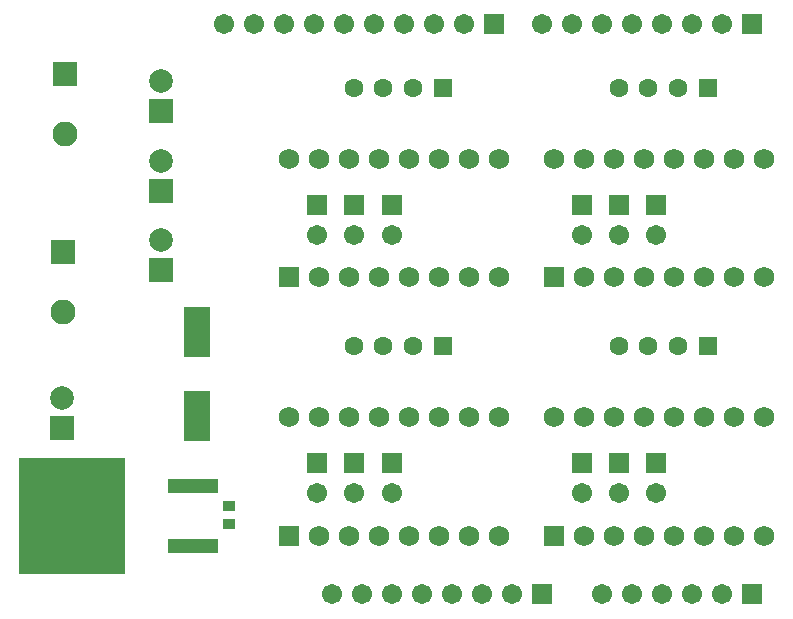
<source format=gts>
G04*
G04 #@! TF.GenerationSoftware,Altium Limited,Altium Designer,18.1.7 (191)*
G04*
G04 Layer_Color=8388736*
%FSLAX44Y44*%
%MOMM*%
G71*
G01*
G75*
%ADD16R,2.2032X4.2032*%
%ADD17R,1.1032X0.9032*%
%ADD18R,4.3532X1.2532*%
%ADD19R,9.0032X9.8032*%
%ADD20C,1.7272*%
%ADD21R,1.7272X1.7272*%
%ADD22C,2.1032*%
%ADD23R,2.1032X2.1032*%
%ADD24R,2.0032X2.0032*%
%ADD25C,2.0032*%
%ADD26C,1.7032*%
%ADD27R,1.7032X1.7032*%
%ADD28C,1.6032*%
%ADD29R,1.6032X1.6032*%
%ADD30R,1.7032X1.7032*%
D16*
X880343Y681408D02*
D03*
Y610288D02*
D03*
D17*
X907890Y519316D02*
D03*
Y534316D02*
D03*
D18*
X876700Y500380D02*
D03*
Y551180D02*
D03*
D19*
X774700Y525780D02*
D03*
D20*
X1233693Y728140D02*
D03*
X1208293D02*
D03*
X1284493D02*
D03*
X1259093D02*
D03*
X1309893D02*
D03*
X1335293D02*
D03*
X1360693D02*
D03*
Y828470D02*
D03*
X1335293D02*
D03*
X1309893D02*
D03*
X1259093D02*
D03*
X1284493D02*
D03*
X1208293D02*
D03*
X1182893D02*
D03*
X1233693D02*
D03*
X1009460Y727949D02*
D03*
X984060D02*
D03*
X1060260D02*
D03*
X1034860D02*
D03*
X1085660D02*
D03*
X1111060D02*
D03*
X1136460D02*
D03*
Y828279D02*
D03*
X1111060D02*
D03*
X1085660D02*
D03*
X1034860D02*
D03*
X1060260D02*
D03*
X984060D02*
D03*
X958660D02*
D03*
X1009460D02*
D03*
X1233693Y509400D02*
D03*
X1208293D02*
D03*
X1284493D02*
D03*
X1259093D02*
D03*
X1309893D02*
D03*
X1335293D02*
D03*
X1360693D02*
D03*
Y609730D02*
D03*
X1335293D02*
D03*
X1309893D02*
D03*
X1259093D02*
D03*
X1284493D02*
D03*
X1208293D02*
D03*
X1182893D02*
D03*
X1233693D02*
D03*
X1009460Y509208D02*
D03*
X984060D02*
D03*
X1060260D02*
D03*
X1034860D02*
D03*
X1085660D02*
D03*
X1111060D02*
D03*
X1136460D02*
D03*
Y609538D02*
D03*
X1111060D02*
D03*
X1085660D02*
D03*
X1034860D02*
D03*
X1060260D02*
D03*
X984060D02*
D03*
X958660D02*
D03*
X1009460D02*
D03*
D21*
X1182893Y728140D02*
D03*
X958660Y727949D02*
D03*
X1182893Y509400D02*
D03*
X958660Y509208D02*
D03*
D22*
X768350Y849630D02*
D03*
X767080Y698500D02*
D03*
D23*
X768350Y900430D02*
D03*
X767080Y749300D02*
D03*
D24*
X849630Y734060D02*
D03*
Y801370D02*
D03*
Y868680D02*
D03*
X765810Y600710D02*
D03*
D25*
X849630Y759460D02*
D03*
Y826770D02*
D03*
Y894080D02*
D03*
X765810Y626110D02*
D03*
D26*
X1172210Y942340D02*
D03*
X1197610D02*
D03*
X1223010D02*
D03*
X1248410D02*
D03*
X1273810D02*
D03*
X1299210D02*
D03*
X1324610D02*
D03*
X981810Y763810D02*
D03*
X1013510D02*
D03*
X1045210D02*
D03*
X1269443Y764001D02*
D03*
X1237743D02*
D03*
X1206043D02*
D03*
Y545261D02*
D03*
X1237743D02*
D03*
X1269443D02*
D03*
X1045210Y545070D02*
D03*
X1013510D02*
D03*
X981810D02*
D03*
X1223010Y459740D02*
D03*
X1248410D02*
D03*
X1273810D02*
D03*
X1299210D02*
D03*
X1324610D02*
D03*
X1146810D02*
D03*
X1121410D02*
D03*
X1096010D02*
D03*
X1070610D02*
D03*
X1045210D02*
D03*
X1019810D02*
D03*
X994410D02*
D03*
X1080770Y942340D02*
D03*
X902970D02*
D03*
X928370D02*
D03*
X953770D02*
D03*
X979170D02*
D03*
X1004570D02*
D03*
X1029970D02*
D03*
X1055370D02*
D03*
X1106170D02*
D03*
D27*
X1350010D02*
D03*
Y459740D02*
D03*
X1172210D02*
D03*
X1131570Y942340D02*
D03*
D28*
X1013644Y888416D02*
D03*
X1063174D02*
D03*
X1037774D02*
D03*
X1237877Y888607D02*
D03*
X1287407D02*
D03*
X1262007D02*
D03*
X1237877Y669867D02*
D03*
X1287407D02*
D03*
X1262007D02*
D03*
X1037774Y669675D02*
D03*
X1063174D02*
D03*
X1013644D02*
D03*
D29*
X1088574Y888416D02*
D03*
X1312807Y888607D02*
D03*
Y669867D02*
D03*
X1088574Y669675D02*
D03*
D30*
X981810Y789210D02*
D03*
X1013510D02*
D03*
X1045210D02*
D03*
X1269443Y789401D02*
D03*
X1237743D02*
D03*
X1206043D02*
D03*
Y570661D02*
D03*
X1237743D02*
D03*
X1269443D02*
D03*
X1045210Y570470D02*
D03*
X1013510D02*
D03*
X981810D02*
D03*
M02*

</source>
